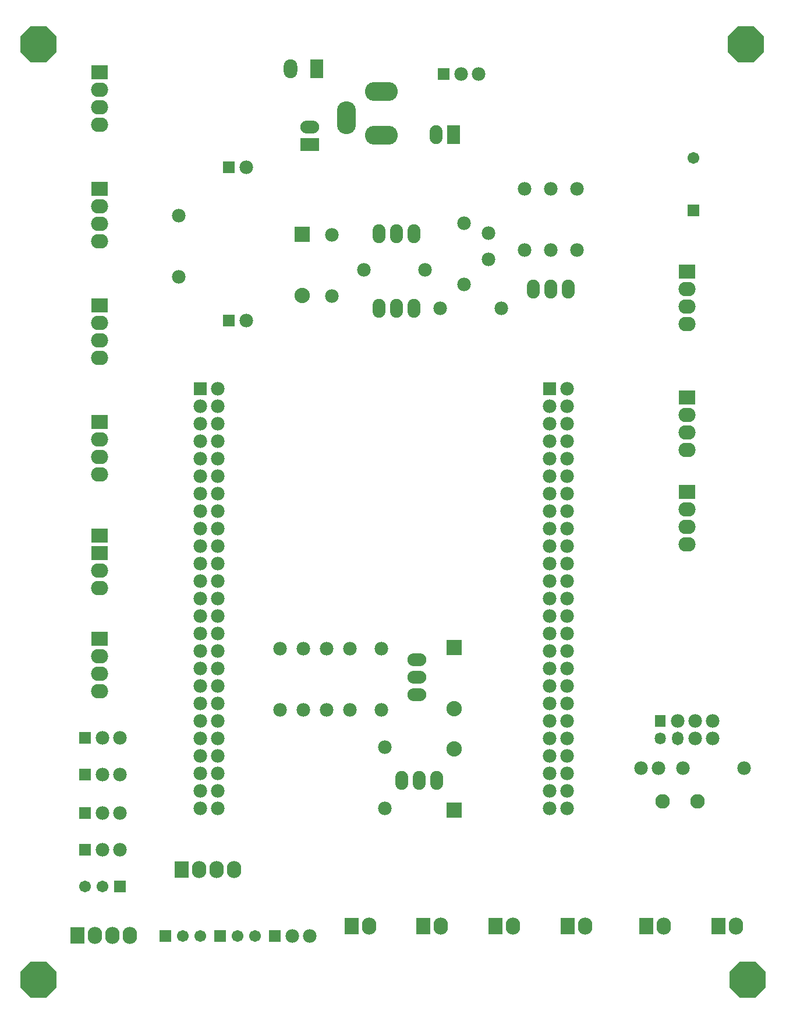
<source format=gts>
G04*
G04 #@! TF.GenerationSoftware,Altium Limited,Altium Designer,18.1.6 (161)*
G04*
G04 Layer_Color=8388736*
%FSTAX24Y24*%
%MOIN*%
G70*
G01*
G75*
%ADD19R,0.0980X0.0830*%
%ADD20O,0.0980X0.0830*%
%ADD21R,0.0830X0.0980*%
%ADD22O,0.0830X0.0980*%
%ADD23C,0.0671*%
%ADD24R,0.0671X0.0671*%
%ADD25C,0.0780*%
%ADD26R,0.0671X0.0671*%
%ADD27O,0.0740X0.1080*%
%ADD28R,0.0880X0.0880*%
%ADD29C,0.0880*%
%ADD30P,0.2251X8X22.5*%
%ADD31R,0.0780X0.0780*%
%ADD32O,0.1080X0.0740*%
%ADD33C,0.0830*%
%ADD34O,0.0780X0.1080*%
%ADD35R,0.0780X0.1080*%
%ADD36R,0.0640X0.0680*%
%ADD37O,0.0640X0.0780*%
%ADD38O,0.0640X0.0680*%
%ADD39O,0.1880X0.1080*%
%ADD40O,0.1080X0.1880*%
%ADD41O,0.0730X0.1080*%
%ADD42R,0.0730X0.1080*%
%ADD43O,0.1080X0.0730*%
%ADD44R,0.1080X0.0730*%
D19*
X0408Y0402D02*
D03*
X074435Y054D02*
D03*
Y0486D02*
D03*
X0408Y0526D02*
D03*
Y059267D02*
D03*
Y0726D02*
D03*
X0408Y065933D02*
D03*
X0408Y0451D02*
D03*
Y0461D02*
D03*
X074435Y0612D02*
D03*
D20*
X0408Y0392D02*
D03*
Y0382D02*
D03*
Y0372D02*
D03*
X074435Y053D02*
D03*
Y052D02*
D03*
Y051D02*
D03*
Y0476D02*
D03*
Y0466D02*
D03*
Y0456D02*
D03*
X0408Y0496D02*
D03*
Y0506D02*
D03*
Y0516D02*
D03*
Y056267D02*
D03*
Y057267D02*
D03*
Y058267D02*
D03*
Y0696D02*
D03*
Y0706D02*
D03*
Y0716D02*
D03*
X0408Y062933D02*
D03*
Y063933D02*
D03*
Y064933D02*
D03*
X0408Y0431D02*
D03*
Y0441D02*
D03*
X074435Y0582D02*
D03*
Y0592D02*
D03*
Y0602D02*
D03*
D21*
X03953Y02323D02*
D03*
X072108Y02376D02*
D03*
X063484D02*
D03*
X067616D02*
D03*
X05522D02*
D03*
X059352D02*
D03*
X07624D02*
D03*
X0455Y027D02*
D03*
D22*
X04053Y02323D02*
D03*
X04153D02*
D03*
X04253D02*
D03*
X073108Y02376D02*
D03*
X064484D02*
D03*
X068616D02*
D03*
X05622D02*
D03*
X060352D02*
D03*
X07724D02*
D03*
X0485Y027D02*
D03*
X0475D02*
D03*
X0465D02*
D03*
D23*
X03997Y02603D02*
D03*
X04097D02*
D03*
X04557Y0232D02*
D03*
X04657D02*
D03*
X04871D02*
D03*
X04971D02*
D03*
X074795Y0677D02*
D03*
D24*
X04197Y02603D02*
D03*
X03997Y02813D02*
D03*
Y03023D02*
D03*
Y03243D02*
D03*
Y03453D02*
D03*
X04457Y0232D02*
D03*
X04771D02*
D03*
X0605Y07248D02*
D03*
X05084Y0232D02*
D03*
X048198Y067148D02*
D03*
X0482Y0584D02*
D03*
D25*
X04197Y02813D02*
D03*
X04097D02*
D03*
X04197Y03023D02*
D03*
X04097D02*
D03*
X04197Y03243D02*
D03*
X04097D02*
D03*
Y03453D02*
D03*
X04197D02*
D03*
X05512Y03963D02*
D03*
Y03613D02*
D03*
X052453Y03963D02*
D03*
Y03613D02*
D03*
X05112Y03963D02*
D03*
Y03613D02*
D03*
X053787Y03963D02*
D03*
Y03613D02*
D03*
X059444Y0613D02*
D03*
X055944D02*
D03*
X0541Y05978D02*
D03*
Y06328D02*
D03*
X0638Y05911D02*
D03*
X0603D02*
D03*
X04757Y05448D02*
D03*
X04657Y05348D02*
D03*
X04757D02*
D03*
X04657Y05248D02*
D03*
X04757D02*
D03*
X04657Y05148D02*
D03*
X04757D02*
D03*
X04657Y05048D02*
D03*
X04757D02*
D03*
X04657Y04948D02*
D03*
X04757D02*
D03*
X04657Y04848D02*
D03*
X04757D02*
D03*
X04657Y04748D02*
D03*
X04757D02*
D03*
X04657Y04648D02*
D03*
X04757D02*
D03*
X04657Y04548D02*
D03*
X04757D02*
D03*
X04657Y04448D02*
D03*
X04757D02*
D03*
X04657Y04348D02*
D03*
X04757D02*
D03*
X04657Y04248D02*
D03*
X04757D02*
D03*
X04657Y04148D02*
D03*
X04757D02*
D03*
X04657Y04048D02*
D03*
X04757D02*
D03*
X04657Y03948D02*
D03*
X04757D02*
D03*
X04657Y03848D02*
D03*
X04757D02*
D03*
X04657Y03748D02*
D03*
X04757D02*
D03*
X04657Y03648D02*
D03*
X04757D02*
D03*
X04657Y03548D02*
D03*
X04757D02*
D03*
X04657Y03448D02*
D03*
X04757D02*
D03*
X04657Y03348D02*
D03*
X04757D02*
D03*
X04657Y03248D02*
D03*
X04757D02*
D03*
X04657Y03148D02*
D03*
X04757D02*
D03*
X04657Y03048D02*
D03*
X04757D02*
D03*
X06757Y05448D02*
D03*
X06657Y05348D02*
D03*
X06757D02*
D03*
X06657Y05248D02*
D03*
X06757D02*
D03*
X06657Y05148D02*
D03*
X06757D02*
D03*
X06657Y05048D02*
D03*
X06757D02*
D03*
X06657Y04948D02*
D03*
X06757D02*
D03*
X06657Y04848D02*
D03*
X06757D02*
D03*
X06657Y04748D02*
D03*
X06757D02*
D03*
X06657Y04648D02*
D03*
X06757D02*
D03*
X06657Y04548D02*
D03*
X06757D02*
D03*
X06657Y04448D02*
D03*
X06757D02*
D03*
X06657Y04348D02*
D03*
X06757D02*
D03*
X06657Y04248D02*
D03*
X06757D02*
D03*
X06657Y04148D02*
D03*
X06757D02*
D03*
X06657Y04048D02*
D03*
X06757D02*
D03*
X06657Y03948D02*
D03*
X06757D02*
D03*
X06657Y03848D02*
D03*
X06757D02*
D03*
X06657Y03748D02*
D03*
X06757D02*
D03*
X06657Y03648D02*
D03*
X06757D02*
D03*
X06657Y03548D02*
D03*
X06757D02*
D03*
X06657Y03448D02*
D03*
X06757D02*
D03*
X06657Y03348D02*
D03*
X06757D02*
D03*
X06657Y03248D02*
D03*
X06757D02*
D03*
X06657Y03148D02*
D03*
X06757D02*
D03*
X06657Y03048D02*
D03*
X06757D02*
D03*
X0615Y07248D02*
D03*
X0625D02*
D03*
X05184Y0232D02*
D03*
X05284D02*
D03*
X06665Y06593D02*
D03*
Y06243D02*
D03*
X06815Y06593D02*
D03*
Y06243D02*
D03*
X06515Y06593D02*
D03*
Y06243D02*
D03*
X05692Y03963D02*
D03*
Y03613D02*
D03*
X057148Y03399D02*
D03*
Y03049D02*
D03*
X049198Y067148D02*
D03*
X0492Y0584D02*
D03*
X0718Y03278D02*
D03*
X0728D02*
D03*
X0777Y0328D02*
D03*
X0742D02*
D03*
X06307Y0619D02*
D03*
Y0634D02*
D03*
X0739Y0355D02*
D03*
X0749D02*
D03*
X0759D02*
D03*
Y0345D02*
D03*
X0749D02*
D03*
X06167Y06395D02*
D03*
Y06045D02*
D03*
X04535Y0609D02*
D03*
Y0644D02*
D03*
D26*
X0748Y0647D02*
D03*
D27*
X0588Y06335D02*
D03*
X0578D02*
D03*
X0568D02*
D03*
X05881Y0591D02*
D03*
X05781D02*
D03*
X05681D02*
D03*
X065652Y060204D02*
D03*
X066652D02*
D03*
X067652D02*
D03*
X05809Y03208D02*
D03*
X05909D02*
D03*
X06009D02*
D03*
D28*
X0524Y063324D02*
D03*
X0611Y03038D02*
D03*
Y03968D02*
D03*
D29*
X0524Y059824D02*
D03*
X0611Y03388D02*
D03*
Y03618D02*
D03*
D30*
X0779Y020682D02*
D03*
X0373D02*
D03*
X0778Y0742D02*
D03*
X0373D02*
D03*
D31*
X04657Y05448D02*
D03*
X06657D02*
D03*
D32*
X05896Y039D02*
D03*
Y038D02*
D03*
Y037D02*
D03*
D33*
X07503Y0309D02*
D03*
X07303D02*
D03*
D34*
X05175Y07278D02*
D03*
D35*
X05325D02*
D03*
D36*
X0729Y0355D02*
D03*
D37*
X0739Y0345D02*
D03*
D38*
X0729D02*
D03*
D39*
X05695Y06898D02*
D03*
Y07148D02*
D03*
D40*
X05495Y06998D02*
D03*
D41*
X06006Y069016D02*
D03*
D42*
X06106D02*
D03*
D43*
X05282Y06947D02*
D03*
D44*
Y06847D02*
D03*
M02*

</source>
